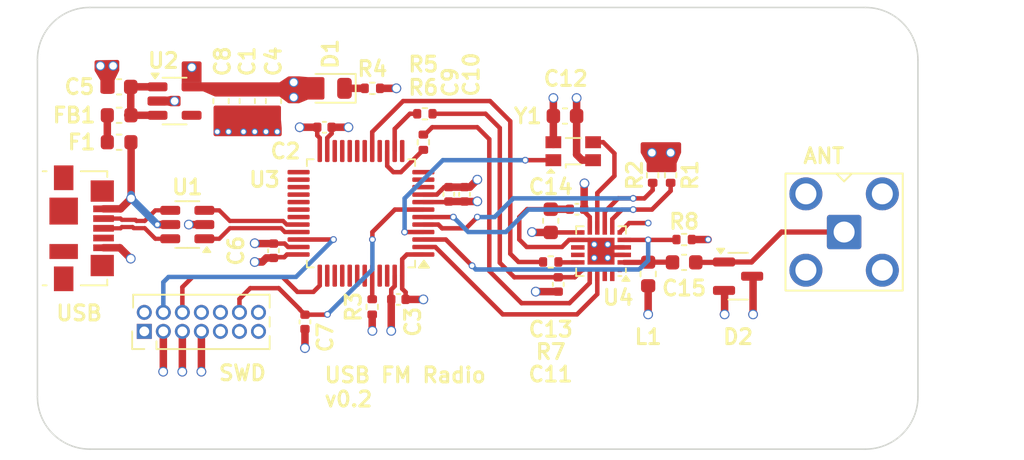
<source format=kicad_pcb>
(kicad_pcb (version 20241229) (generator "pcbnew") (generator_version "9.0")
  (layers (0 "F.Cu" signal) (4 "In1.Cu" power) (6 "In2.Cu" power) (2 "B.Cu" signal) (13 "F.Paste" user) (15 "B.Paste" user) (5 "F.SilkS" user "F.Silkscreen") (7 "B.SilkS" user "B.Silkscreen") (1 "F.Mask" user) (3 "B.Mask" user) (25 "Edge.Cuts" user))
  (net 0 "")
  (net 1 "GND")
  (net 2 "+3.3V")
  (net 3 "NRST")
  (net 4 "/PWR_LED_K")
  (net 5 "VBUS")
  (net 6 "SWDIO")
  (net 7 "SWCLK")
  (net 8 "I2C_SDA")
  (net 9 "I2C_SCL")
  (net 10 "/BOOT")
  (net 11 "~{RST}")
  (net 12 "RCLK")
  (net 13 "USB_D-")
  (net 14 "USB_D+")
  (net 15 "RCLK_EN")
  (net 16 "~{INT}")
  (net 17 "/LD_IN")
  (net 20 "I2S_WS")
  (net 21 "I2S_CK")
  (net 22 "I2S_SD")
  (net 62 "/ANT")
  (net 63 "/FMI")
  (net 69 "/USB_CONN_D+")
  (net 70 "/USB_CONN_D-")
  (net 71 "/DOUT")
  (net 72 "/PA4")
  (net 73 "/PA5")
  (net 74 "/FUSE")
  (footprint "Package_TO_SOT_SMD:SOT-23-6" (layer "F.Cu") (at 172.25 124.5 180)
    (property "Reference" "U1")
    (property "Value" "USBLC6-2SC6")
  )
  (footprint "Capacitor_SMD:C_0402_1005Metric" (layer "F.Cu") (at 178 126.25 90)
    (property "Reference" "C6")
    (property "Value" "100n")
  )
  (footprint "Package_TO_SOT_SMD:SOT-23" (layer "F.Cu") (at 209 127.95)
    (property "Reference" "D2")
    (property "Value" "CM1213A-01SO")
  )
  (footprint "Package_QFP:LQFP-48_7x7mm_P0.5mm" (layer "F.Cu") (at 183.8375 123.75 180)
    (property "Reference" "U3")
    (property "Value" "STM32F042C6T6")
  )
  (footprint "Capacitor_SMD:C_0603_1608Metric" (layer "F.Cu") (at 197.45 117.25)
    (property "Reference" "C12")
    (property "Value" "47n")
  )
  (footprint "Fuse:Fuse_0603_1608Metric" (layer "F.Cu") (at 167.7 119 180)
    (property "Reference" "F1")
    (property "Value" "250mA")
  )
  (footprint "Capacitor_SMD:C_0402_1005Metric" (layer "F.Cu") (at 186.3375 129.5 180)
    (property "Reference" "C3")
    (property "Value" "100n")
  )
  (footprint "Capacitor_SMD:C_0402_1005Metric" (layer "F.Cu") (at 189.7 122.48 -90)
    (property "Reference" "C9")
    (property "Value" "10n")
  )
  (footprint "Capacitor_SMD:C_0603_1608Metric" (layer "F.Cu") (at 167.7 115.3 180)
    (property "Reference" "C5")
    (property "Value" "4.7u")
  )
  (footprint "Inductor_SMD:L_0603_1608Metric" (layer "F.Cu") (at 167.7 117.2)
    (property "Reference" "FB1")
    (property "Value" "100@100MHz")
  )
  (footprint "Connector_PinHeader_1.27mm:PinHeader_2x07_P1.27mm_Vertical" (layer "F.Cu") (at 169.38 131.635 90)
    (property "Reference" "J2" (hide yes))
    (property "Value" "STDC14")
  )
  (footprint "Resistor_SMD:R_0402_1005Metric" (layer "F.Cu") (at 204.5 121.2 -90)
    (property "Reference" "R1")
    (property "Value" "4k7")
  )
  (footprint "Capacitor_SMD:C_0603_1608Metric" (layer "F.Cu") (at 196.5 124.25 90)
    (property "Reference" "C13")
    (property "Value" "22n")
  )
  (footprint "Capacitor_SMD:C_0603_1608Metric" (layer "F.Cu") (at 178 116.25 -90)
    (property "Reference" "C4")
    (property "Value" "4.7u")
  )
  (footprint "Connector_Coaxial:SMA_BAT_Wireless_BWSMA-KWE-Z001" (layer "F.Cu") (at 216.075 125 -90)
    (property "Reference" "J3" (hide yes))
    (property "Value" "0")
  )
  (footprint "Capacitor_SMD:C_0402_1005Metric" (layer "F.Cu") (at 181.4 118)
    (property "Reference" "C2")
    (property "Value" "100n")
  )
  (footprint "Connector_USB:USB_Micro-B_Molex_47346-0001" (layer "F.Cu") (at 165.2 124.75 -90)
    (property "Reference" "J1" (hide yes))
    (property "Value" "USB_B_Micro")
  )
  (footprint "Capacitor_SMD:C_0603_1608Metric" (layer "F.Cu") (at 174.5 116.25 -90)
    (property "Reference" "C8")
    (property "Value" "4.7u")
  )
  (footprint "Inductor_SMD:L_0603_1608Metric" (layer "F.Cu") (at 203 127.8 90)
    (property "Reference" "L1")
    (property "Value" "56n")
  )
  (footprint "Resistor_SMD:R_0402_1005Metric" (layer "F.Cu") (at 188.1 117.1)
    (property "Reference" "R5")
    (property "Value" "2k")
  )
  (footprint "Resistor_SMD:R_0402_1005Metric" (layer "F.Cu") (at 196.5 127)
    (property "Reference" "R7")
    (property "Value" "604")
  )
  (footprint "Capacitor_SMD:C_0402_1005Metric" (layer "F.Cu") (at 198.25 123.475 180)
    (property "Reference" "C14")
    (property "Value" "100n")
  )
  (footprint "Package_TO_SOT_SMD:SOT-23-5" (layer "F.Cu") (at 171.4 116.25)
    (property "Reference" "U2")
    (property "Value" "LD39015M33R")
  )
  (footprint "Capacitor_SMD:C_0402_1005Metric" (layer "F.Cu") (at 180.1 131 -90)
    (property "Reference" "C7")
    (property "Value" "100n")
  )
  (footprint "Capacitor_SMD:C_0603_1608Metric" (layer "F.Cu") (at 205.4 127.025 180)
    (property "Reference" "C15")
    (property "Value" "1n")
  )
  (footprint "Oscillator:Oscillator_SMD_SeikoEpson_SG3030CM" (layer "F.Cu") (at 198 119.6)
    (property "Reference" "Y1")
    (property "Value" "SG-3030CM")
  )
  (footprint "Capacitor_SMD:C_0402_1005Metric" (layer "F.Cu") (at 190.75 122.48 -90)
    (property "Reference" "C10")
    (property "Value" "1u")
  )
  (footprint "Resistor_SMD:R_0402_1005Metric" (layer "F.Cu") (at 203.3 121.2 -90)
    (property "Reference" "R2")
    (property "Value" "4k7")
  )
  (footprint "Capacitor_SMD:C_0402_1005Metric" (layer "F.Cu") (at 197 128.5 -90)
    (property "Reference" "C11")
    (property "Value" "2.2p")
  )
  (footprint "Resistor_SMD:R_0402_1005Metric" (layer "F.Cu") (at 188 119 90)
    (property "Reference" "R6")
    (property "Value" "2k")
  )
  (footprint "LED_SMD:LED_0805_2012Metric" (layer "F.Cu") (at 181.8 115.4 180)
    (property "Reference" "D1")
    (property "Value" "RED")
  )
  (footprint "Capacitor_SMD:C_0603_1608Metric" (layer "F.Cu") (at 176.25 116.25 -90)
    (property "Reference" "C1")
    (property "Value" "4.7u")
  )
  (footprint "Resistor_SMD:R_0402_1005Metric" (layer "F.Cu") (at 205.4 125.5 180)
    (property "Reference" "R8")
    (property "Value" "10k")
  )
  (footprint "Resistor_SMD:R_0402_1005Metric" (layer "F.Cu") (at 184.5875 130 -90)
    (property "Reference" "R3")
    (property "Value" "10k")
  )
  (footprint "Resistor_SMD:R_0402_1005Metric" (layer "F.Cu") (at 184.6 115.4)
    (property "Reference" "R4")
    (property "Value" "1k5")
  )
  (footprint "Package_DFN_QFN:SiliconLabs_QFN-20-1EP_3x3mm_P0.5mm_EP1.8x1.8mm" (layer "F.Cu") (at 199.855 126.275 180)
    (property "Reference" "U4")
    (property "Value" "Si4705-D60-GM")
  )
  (gr_line (start 165.75 110) (end 217.5 110) (stroke (width 0.1)) (layer "Edge.Cuts"))
  (gr_arc (start 165.75 139.5) (mid 163.275126 138.474874) (end 162.25 136) (stroke (width 0.1)) (layer "Edge.Cuts"))
  (gr_arc (start 221 136) (mid 219.974874 138.474874) (end 217.5 139.5) (stroke (width 0.1)) (layer "Edge.Cuts"))
  (gr_line (start 221 113.5) (end 221 136) (stroke (width 0.1)) (layer "Edge.Cuts"))
  (gr_arc (start 162.25 113.474874) (mid 163.276667 111.0089) (end 165.75 110.000091) (stroke (width 0.1)) (layer "Edge.Cuts"))
  (gr_line (start 217.5 139.5) (end 165.75 139.5) (stroke (width 0.1)) (layer "Edge.Cuts"))
  (gr_arc (start 217.5 110) (mid 219.974874 111.025126) (end 221 113.5) (stroke (width 0.1)) (layer "Edge.Cuts"))
  (gr_line (start 162.25 136) (end 162.25 113.474874) (stroke (width 0.1)) (layer "Edge.Cuts"))
  (gr_text "USB" (at 163.4 131 0) (layer "F.SilkS") (effects (font (size 1 1) (thickness 0.2) (bold yes)) (justify left bottom)))
  (gr_text "ANT" (at 213.25 120.5 0) (layer "F.SilkS") (effects (font (size 1 1) (thickness 0.2) (bold yes)) (justify left bottom)))
  (gr_text "SWD" (at 174.25 135 0) (layer "F.SilkS") (effects (font (size 1 1) (thickness 0.2) (bold yes)) (justify left bottom)))
  (gr_text "USB FM Radio\nv0.2" (at 181.3 136.75 0) (layer "F.SilkS") (effects (font (size 1 1) (thickness 0.2) (bold yes)) (justify left bottom)))
  (segment (start 181.5875 118.7125) (end 181.88 118.42) (width 0.3) (layer "F.Cu") (net 1))
  (segment (start 189.66 123) (end 189.7 122.96) (width 0.3) (layer "F.Cu") (net 1))
  (segment (start 197.725 125.525) (end 198.305 125.525) (width 0.3) (layer "F.Cu") (net 1))
  (segment (start 199.4 125.825) (end 199.1 125.525) (width 0.3) (layer "F.Cu") (net 1))
  (segment (start 184.5875 131.5875) (end 184.6 131.6) (width 0.5) (layer "F.Cu") (net 1))
  (segment (start 198.6 120.2) (end 198.225 119.825) (width 0.5) (layer "F.Cu") (net 1))
  (segment (start 194.4 124) (end 194.4 125.5) (width 0.3) (layer "F.Cu") (net 1))
  (segment (start 181.5875 119.5875) (end 181.5875 118.7125) (width 0.3) (layer "F.Cu") (net 1))
  (segment (start 178.744388 125.77) (end 178 125.77) (width 0.3) (layer "F.Cu") (net 1))
  (segment (start 188 123) (end 189.66 123) (width 0.3) (layer "F.Cu") (net 1))
  (segment (start 197 128.98) (end 195.5 128.98) (width 0.5) (layer "F.Cu") (net 1))
  (segment (start 198.225 119.825) (end 198.225 116.2) (width 0.5) (layer "F.Cu") (net 1))
  (segment (start 171.92 131.635) (end 171.92 134.32) (width 0.5) (layer "F.Cu") (net 1))
  (segment (start 185.11 115.4) (end 186.2 115.4) (width 0.5) (layer "F.Cu") (net 1))
  (segment (start 199.325 120.2) (end 198.6 120.2) (width 0.5) (layer "F.Cu") (net 1))
  (segment (start 189.48 123) (end 189.5 122.98) (width 0.3) (layer "F.Cu") (net 1))
  (segment (start 196.5 123.475) (end 194.925 123.475) (width 0.3) (layer "F.Cu") (net 1))
  (segment (start 200.3 125.825) (end 200.5 126.025) (width 0.3) (layer "F.Cu") (net 1))
  (segment (start 178.974388 126) (end 178.744388 125.77) (width 0.3) (layer "F.Cu") (net 1))
  (segment (start 201.73 124.4) (end 201.105 125.025) (width 0.3) (layer "F.Cu") (net 1))
  (segment (start 200.5 126.525) (end 201.405 126.525) (width 0.3) (layer "F.Cu") (net 1))
  (segment (start 197.25 126) (end 197.725 125.525) (width 0.3) (layer "F.Cu") (net 1))
  (segment (start 208.1 128.9375) (end 208.0625 128.9) (width 0.5) (layer "F.Cu") (net 1))
  (segment (start 208.1 130.5) (end 208.1 128.9375) (width 0.5) (layer "F.Cu") (net 1))
  (segment (start 185.8575 128.8425) (end 185.8575 129.5) (width 0.3) (layer "F.Cu") (net 1))
  (segment (start 185.8575 131.6) (end 185.8575 129.5) (width 0.5) (layer "F.Cu") (net 1))
  (segment (start 194.9 126) (end 197.25 126) (width 0.3) (layer "F.Cu") (net 1))
  (segment (start 200.3 126.72) (end 200.3 126.725) (width 0.3) (layer "F.Cu") (net 1))
  (segment (start 180.1 131.48) (end 180.1 132.75) (width 0.5) (layer "F.Cu") (net 1))
  (segment (start 200.5 126.025) (end 201.405 126.025) (width 0.3) (layer "F.Cu") (net 1))
  (segment (start 168.475 126.775) (end 167.75 126.05) (width 0.5) (layer "F.Cu") (net 1))
  (segment (start 190.55 122.96) (end 191.49 122.96) (width 0.5) (layer "F.Cu") (net 1))
  (segment (start 178 125.77) (end 176.77 125.77) (width 0.5) (layer "F.Cu") (net 1))
  (segment (start 197.77 123.475) (end 196.5 123.475) (width 0.5) (layer "F.Cu") (net 1))
  (segment (start 194.4 125.5) (end 194.9 126) (width 0.3) (layer "F.Cu") (net 1))
  (segment (start 210 128.0125) (end 209.9375 127.95) (width 0.5) (layer "F.Cu") (net 1))
  (segment (start 207 125.5) (end 206.01 125.5) (width 0.5) (layer "F.Cu") (net 1))
  (segment (start 199.1 125.525) (end 198.305 125.525) (width 0.3) (layer "F.Cu") (net 1))
  (segment (start 189.75 122.96) (end 190.6 122.96) (width 0.5) (layer "F.Cu") (net 1))
  (segment (start 171.92 134.32) (end 171.915 134.325) (width 0.5) (layer "F.Cu") (net 1))
  (segment (start 176.77 125.77) (end 176.75 125.75) (width 0.5) (layer "F.Cu") (net 1))
  (segment (start 186.0875 128.6125) (end 185.8575 128.8425) (width 0.3) (layer "F.Cu") (net 1))
  (segment (start 194.925 123.475) (end 194.4 124) (width 0.3) (layer "F.Cu") (net 1))
  (segment (start 181.88 118.42) (end 181.88 118.1) (width 0.3) (layer "F.Cu") (net 1))
  (segment (start 173.19 131.635) (end 173.19 134.325) (width 0.5) (layer "F.Cu") (net 1))
  (segment (start 210 130.5) (end 210 128.0125) (width 0.5) (layer "F.Cu") (net 1))
  (segment (start 186.0875 127.9125) (end 186.0875 128.6125) (width 0.3) (layer "F.Cu") (net 1))
  (segment (start 179.675 126) (end 178.974388 126) (width 0.3) (layer "F.Cu") (net 1))
  (segment (start 200.3 126.725) (end 200.5 126.525) (width 0.3) (layer "F.Cu") (net 1))
  (segment (start 203 124.4) (end 201.73 124.4) (width 0.3) (layer "F.Cu") (net 1))
  (segment (start 173.3875 124.5) (end 172.35 124.5) (width 0.5) (layer "F.Cu") (net 1))
  (segment (start 183 118) (end 181.88 118) (width 0.5) (layer "F.Cu") (net 1))
  (segment (start 184.5875 130.51) (end 184.5875 131.5875) (width 0.5) (layer "F.Cu") (net 1))
  (segment (start 191.49 122.96) (end 191.5 122.95) (width 0.5) (layer "F.Cu") (net 1))
  (segment (start 167.75 126.05) (end 166.66 126.05) (width 0.5) (layer "F.Cu") (net 1))
  (segment (start 203 128.5875) (end 203 130.5) (width 0.5) (layer "F.Cu") (net 1))
  (via (at 186.2 115.4) (size 0.65) (drill 0.5) (layers "F.Cu" "B.Cu") (net 1))
  (via (at 180.1 132.75) (size 0.65) (drill 0.5) (layers "F.Cu" "B.Cu") (net 1))
  (via (at 184.6 131.6) (size 0.65) (drill 0.5) (layers "F.Cu" "B.Cu") (net 1))
  (via (at 198.225 116.05) (size 0.65) (drill 0.5) (layers "F.Cu" "B.Cu") (net 1))
  (via (at 185.8575 131.6) (size 0.65) (drill 0.5) (layers "F.Cu" "B.Cu") (net 1))
  (via (at 203 124.4) (size 0.45) (drill 0.3) (layers "F.Cu" "B.Cu") (net 1))
  (via (at 208.1 130.5) (size 0.65) (drill 0.5) (layers "F.Cu" "B.Cu") (net 1))
  (via (at 203 130.5) (size 0.65) (drill 0.5) (layers "F.Cu" "B.Cu") (net 1))
  (via (at 183 118) (size 0.65) (drill 0.5) (layers "F.Cu" "B.Cu") (net 1))
  (via (at 171.915 134.325) (size 0.65) (drill 0.5) (layers "F.Cu" "B.Cu") (net 1))
  (via (at 176.75 125.75) (size 0.65) (drill 0.5) (layers "F.Cu" "B.Cu") (net 1))
  (via (at 200.3 125.825) (size 0.45) (drill 0.3) (layers "F.Cu" "B.Cu") (net 1))
  (via (at 168.475 126.775) (size 0.65) (drill 0.5) (layers "F.Cu" "B.Cu") (net 1))
  (via (at 176.75 118.3) (size 0.45) (drill 0.3) (layers "F.Cu" "B.Cu") (net 1))
  (via (at 207 125.5) (size 0.45) (drill 0.3) (layers "F.Cu" "B.Cu") (net 1))
  (via (at 177.5 118.3) (size 0.45) (drill 0.3) (layers "F.Cu" "B.Cu") (net 1))
  (via (at 176 118.3) (size 0.45) (drill 0.3) (layers "F.Cu" "B.Cu") (net 1))
  (via (at 175 118.3) (size 0.45) (drill 0.3) (layers "F.Cu" "B.Cu") (net 1))
  (via (at 191.6 122.95) (size 0.65) (drill 0.5) (layers "F.Cu" "B.Cu") (net 1))
  (via (at 167.3 113.9) (size 0.65) (drill 0.5) (layers "F.Cu" "B.Cu") (net 1))
  (via (at 199.4 126.725) (size 0.45) (drill 0.3) (layers "F.Cu" "B.Cu") (net 1))
  (via (at 195.5 128.98) (size 0.65) (drill 0.5) (layers "F.Cu" "B.Cu") (net 1))
  (via (at 173.19 134.325) (size 0.65) (drill 0.5) (layers "F.Cu" "B.Cu") (net 1))
  (via (at 174.25 118.3) (size 0.45) (drill 0.3) (layers "F.Cu" "B.Cu") (net 1))
  (via (at 172.35 124.5) (size 0.65) (drill 0.5) (layers "F.Cu" "B.Cu") (net 1))
  (via (at 210 130.5) (size 0.65) (drill 0.5) (layers "F.Cu" "B.Cu") (net 1))
  (via (at 166.45 113.9) (size 0.65) (drill 0.5) (layers "F.Cu" "B.Cu") (net 1))
  (via (at 199.4 125.825) (size 0.45) (drill 0.3) (layers "F.Cu" "B.Cu") (net 1))
  (via (at 171.4 116.25) (size 0.65) (drill 0.5) (layers "F.Cu" "B.Cu") (net 1))
  (via (at 178.25 118.3) (size 0.45) (drill 0.3) (layers "F.Cu" "B.Cu") (net 1))
  (via (at 200.3 126.725) (size 0.45) (drill 0.3) (layers "F.Cu" "B.Cu") (net 1))
  (segment (start 191.1 122) (end 190.75 122) (width 0.5) (layer "F.Cu") (net 2))
  (segment (start 190.75 122) (end 190.73 122.02) (width 0.5) (layer "F.Cu") (net 2))
  (segment (start 199.105 124) (end 198.73 123.625) (width 0.3) (layer "F.Cu") (net 2))
  (segment (start 186.8175 129.0175) (end 186.8175 129.5) (width 0.3) (layer "F.Cu") (net 2))
  (segment (start 181.0875 118.7125) (end 181.0875 119.5875) (width 0.3) (layer "F.Cu") (net 2))
  (segment (start 179.75 118) (end 180.92 118) (width 0.5) (layer "F.Cu") (net 2))
  (segment (start 180.92 118.545) (end 181.0875 118.7125) (width 0.3) (layer "F.Cu") (net 2))
  (segment (start 189.7 122) (end 190.75 122) (width 0.5) (layer "F.Cu") (net 2))
  (segment (start 186.9 126.5) (end 186.5875 126.8125) (width 0.3) (layer "F.Cu") (net 2))
  (segment (start 198.73 121.77) (end 198.75 121.75) (width 0.5) (layer "F.Cu") (net 2))
  (segment (start 196.675 117.4) (end 196.675 119.15) (width 0.5) (layer "F.Cu") (net 2))
  (segment (start 178.9 126.5) (end 178.72 126.68) (width 0.3) (layer "F.Cu") (net 2))
  (segment (start 198.605 125.025) (end 196.5 125.025) (width 0.3) (layer "F.Cu") (net 2))
  (segment (start 196.675 116.2) (end 196.675 117.4) (width 0.5) (layer "F.Cu") (net 2))
  (segment (start 179.675 126.5) (end 178.9 126.5) (width 0.3) (layer "F.Cu") (net 2))
  (segment (start 199.105 124.725) (end 199.105 124) (width 0.3) (layer "F.Cu") (net 2))
  (segment (start 186.5875 126.8125) (end 186.5875 127.9125) (width 0.3) (layer "F.Cu") (net 2))
  (segment (start 170.65 131.635) (end 170.65 134.335) (width 0.5) (layer "F.Cu") (net 2))
  (segment (start 177.25 127) (end 176.75 127) (width 0.5) (layer "F.Cu") (net 2))
  (segment (start 186.8175 129.5) (end 188 129.5) (width 0.5) (layer "F.Cu") (net 2))
  (segment (start 198.73 123.625) (end 198.73 123.475) (width 0.3) (layer "F.Cu") (net 2))
  (segment (start 178.72 126.68) (end 178 126.68) (width 0.3) (layer "F.Cu") (net 2))
  (segment (start 180.92 118) (end 180.92 118.545) (width 0.3) (layer "F.Cu") (net 2))
  (segment (start 198.73 123.475) (end 198.73 121.77) (width 0.5) (layer "F.Cu") (net 2))
  (segment (start 196.5 125.025) (end 195.425 125.025) (width 0.5) (layer "F.Cu") (net 2))
  (segment (start 188 122.5) (end 188.9 122.5) (width 0.3) (layer "F.Cu") (net 2))
  (segment (start 178 126.73) (end 177.52 126.73) (width 0.5) (layer "F.Cu") (net 2))
  (segment (start 191.6 121.5) (end 191.1 122) (width 0.5) (layer "F.Cu") (net 2))
  (segment (start 188 126.5) (end 186.9 126.5) (width 0.3) (layer "F.Cu") (net 2))
  (segment (start 189.4 122) (end 189.7 122) (width 0.3) (layer "F.Cu") (net 2))
  (segment (start 186.5875 127.9125) (end 186.5875 128.7875) (width 0.3) (layer "F.Cu") (net 2))
  (segment (start 188.9 122.5) (end 189.4 122) (width 0.3) (layer "F.Cu") (net 2))
  (segment (start 186.5875 128.7875) (end 186.8175 129.0175) (width 0.3) (layer "F.Cu") (net 2))
  (segment (start 177.52 126.73) (end 177.25 127) (width 0.5) (layer "F.Cu") (net 2))
  (via (at 170.64 134.325) (size 0.65) (drill 0.5) (layers "F.Cu" "B.Cu") (net 2))
  (via (at 204.5 119.7) (size 0.65) (drill 0.5) (layers "F.Cu" "B.Cu") (net 2))
  (via (at 188 129.5) (size 0.65) (drill 0.5) (layers "F.Cu" "B.Cu") (net 2))
  (via (at 179.75 118) (size 0.65) (drill 0.5) (layers "F.Cu" "B.Cu") (net 2))
  (via (at 176.75 127) (size 0.65) (drill 0.5) (layers "F.Cu" "B.Cu") (net 2))
  (via (at 195.25 125) (size 0.65) (drill 0.5) (layers "F.Cu" "B.Cu") (net 2))
  (via (at 196.675 116.05) (size 0.65) (drill 0.5) (layers "F.Cu" "B.Cu") (net 2))
  (via (at 179.35 115) (size 0.65) (drill 0.5) (layers "F.Cu" "B.Cu") (net 2))
  (via (at 203.25 119.7) (size 0.65) (drill 0.5) (layers "F.Cu" "B.Cu") (net 2))
  (via (at 198.75 121.75) (size 0.65) (drill 0.5) (layers "F.Cu" "B.Cu") (net 2))
  (via (at 179.35 116) (size 0.65) (drill 0.5) (layers "F.Cu" "B.Cu") (net 2))
  (via (at 191.6 121.5) (size 0.65) (drill 0.5) (layers "F.Cu" "B.Cu") (net 2))
  (via (at 172.55 114) (size 0.65) (drill 0.5) (layers "F.Cu" "B.Cu") (net 2))
  (segment (start 175.73 129.47) (end 175.73 130.365) (width 0.3) (layer "F.Cu") (net 3))
  (segment (start 179.75 130.17) (end 179.75 130.15) (width 0.3) (layer "F.Cu") (net 3))
  (segment (start 184.6 125.5) (end 184.6 125) (width 0.3) (layer "F.Cu") (net 3))
  (segment (start 184.6 125) (end 186.1 123.5) (width 0.3) (layer "F.Cu") (net 3))
  (segment (start 180.1 130.52) (end 179.75 130.17) (width 0.3) (layer "F.Cu") (net 3))
  (segment (start 186.1 123.5) (end 188 123.5) (width 0.3) (layer "F.Cu") (net 3))
  (segment (start 179.75 130.15) (end 178.35 128.75) (width 0.3) (layer "F.Cu") (net 3))
  (segment (start 176.45 128.75) (end 175.73 129.47) (width 0.3) (layer "F.Cu") (net 3))
  (segment (start 180.1 130.52) (end 181.58 130.52) (width 0.3) (layer "F.Cu") (net 3))
  (segment (start 178.35 128.75) (end 176.45 128.75) (width 0.3) (layer "F.Cu") (net 3))
  (via (at 184.6 125.5) (size 0.45) (drill 0.3) (layers "F.Cu" "B.Cu") (net 3))
  (via (at 181.6 130.5) (size 0.45) (drill 0.3) (layers "F.Cu" "B.Cu") (net 3))
  (segment (start 184.6 127.5) (end 184.6 125.5) (width 0.3) (layer "B.Cu") (net 3))
  (segment (start 181.6 130.5) (end 184.6 127.5) (width 0.3) (layer "B.Cu") (net 3))
  (segment (start 182.7375 115.4) (end 184.09 115.4) (width 0.5) (layer "F.Cu") (net 4))
  (segment (start 168.5 119.0125) (end 168.5 122.75) (width 0.5) (layer "F.Cu") (net 5))
  (segment (start 167.8 123.45) (end 168.5 122.75) (width 0.5) (layer "F.Cu") (net 5))
  (segment (start 170.25 124.5) (end 171.1125 124.5) (width 0.5) (layer "F.Cu") (net 5))
  (segment (start 168.4875 119) (end 168.5 119.0125) (width 0.5) (layer "F.Cu") (net 5))
  (segment (start 166.66 123.45) (end 167.8 123.45) (width 0.5) (layer "F.Cu") (net 5))
  (via (at 170.25 124.5) (size 0.45) (drill 0.3) (layers "F.Cu" "B.Cu") (net 5))
  (via (at 168.5 122.75) (size 0.65) (drill 0.5) (layers "F.Cu" "B.Cu") (net 5))
  (segment (start 168.5 122.75) (end 170.25 124.5) (width 0.5) (layer "B.Cu") (net 5))
  (segment (start 168.5 122.5) (end 168.5 122.75) (width 0.5) (layer "B.Cu") (net 5))
  (segment (start 182 125.5) (end 179.675 125.5) (width 0.3) (layer "F.Cu") (net 6))
  (via (at 182 125.5) (size 0.45) (drill 0.3) (layers "F.Cu" "B.Cu") (net 6))
  (segment (start 170.65 128.35) (end 171 128) (width 0.3) (layer "B.Cu") (net 6))
  (segment (start 179.5 128) (end 182 125.5) (width 0.3) (layer "B.Cu") (net 6))
  (segment (start 170.65 130.365) (end 170.65 128.35) (width 0.3) (layer "B.Cu") (net 6))
  (segment (start 171 128) (end 179.5 128) (width 0.3) (layer "B.Cu") (net 6))
  (segment (start 171.92 130.365) (end 171.92 128.68) (width 0.3) (layer "F.Cu") (net 7))
  (segment (start 171.92 128.68) (end 172.6 128) (width 0.3) (layer "F.Cu") (net 7))
  (segment (start 180.6625 129) (end 181.0875 128.575) (width 0.3) (layer "F.Cu") (net 7))
  (segment (start 179.6 129) (end 180.6625 129) (width 0.3) (layer "F.Cu") (net 7))
  (segment (start 181.0875 128.575) (end 181.0875 127.9125) (width 0.3) (layer "F.Cu") (net 7))
  (segment (start 172.6 128) (end 178.6 128) (width 0.3) (layer "F.Cu") (net 7))
  (segment (start 178.6 128) (end 179.6 129) (width 0.3) (layer "F.Cu") (net 7))
  (segment (start 200.105 124.725) (end 200.105 123.645) (width 0.3) (layer "F.Cu") (net 8))
  (segment (start 202.75 122.75) (end 203.3 122.2) (width 0.3) (layer "F.Cu") (net 8))
  (segment (start 191.6 124) (end 190.85 124.75) (width 0.3) (layer "F.Cu") (net 8))
  (segment (start 203.3 122.2) (end 203.3 121.71) (width 0.3) (layer "F.Cu") (net 8))
  (segment (start 201 122.75) (end 202.75 122.75) (width 0.3) (layer "F.Cu") (net 8))
  (segment (start 190.85 124.75) (end 189.25 124.75) (width 0.3) (layer "F.Cu") (net 8))
  (segment (start 189 124.5) (end 188 124.5) (width 0.3) (layer "F.Cu") (net 8))
  (segment (start 189.25 124.75) (end 189 124.5) (width 0.3) (layer "F.Cu") (net 8))
  (segment (start 200.105 123.645) (end 201 122.75) (width 0.3) (layer "F.Cu") (net 8))
  (via (at 202 122.75) (size 0.45) (drill 0.3) (layers "F.Cu" "B.Cu") (net 8))
  (via (at 191.6 124) (size 0.45) (drill 0.3) (layers "F.Cu" "B.Cu") (net 8))
  (segment (start 191.6 124) (end 192.75 124) (width 0.3) (layer "B.Cu") (net 8))
  (segment (start 192.75 124) (end 194 122.75) (width 0.3) (layer "B.Cu") (net 8))
  (segment (start 194 122.75) (end 202 122.75) (width 0.3) (layer "B.Cu") (net 8))
  (segment (start 201.25 123.5) (end 203.25 123.5) (width 0.3) (layer "F.Cu") (net 9))
  (segment (start 203.25 123.5) (end 204.5 122.25) (width 0.3) (layer "F.Cu") (net 9))
  (segment (start 204.5 122.25) (end 204.5 121.71) (width 0.3) (layer "F.Cu") (net 9))
  (segment (start 200.605 124.725) (end 200.605 124.145) (width 0.3) (layer "F.Cu") (net 9))
  (segment (start 190 124) (end 188 124) (width 0.3) (layer "F.Cu") (net 9))
  (segment (start 200.605 124.145) (end 201.25 123.5) (width 0.3) (layer "F.Cu") (net 9))
  (via (at 190 124) (size 0.45) (drill 0.3) (layers "F.Cu" "B.Cu") (net 9))
  (via (at 202 123.5) (size 0.45) (drill 0.3) (layers "F.Cu" "B.Cu") (net 9))
  (segment (start 191 125) (end 193.5 125) (width 0.3) (layer "B.Cu") (net 9))
  (segment (start 190 124) (end 191 125) (width 0.3) (layer "B.Cu") (net 9))
  (segment (start 193.5 125) (end 195 123.5) (width 0.3) (layer "B.Cu") (net 9))
  (segment (start 195 123.5) (end 202 123.5) (width 0.3) (layer "B.Cu") (net 9))
  (segment (start 184.5875 127.9125) (end 184.5875 129.49) (width 0.3) (layer "F.Cu") (net 10))
  (segment (start 203 125.525) (end 201.405 125.525) (width 0.3) (layer "F.Cu") (net 11))
  (segment (start 203 125.525) (end 204.815 125.525) (width 0.3) (layer "F.Cu") (net 11))
  (segment (start 191.25 127.25) (end 189.5 125.5) (width 0.3) (layer "F.Cu") (net 11))
  (segment (start 189.5 125.5) (end 188 125.5) (width 0.3) (layer "F.Cu") (net 11))
  (segment (start 204.815 125.525) (end 204.89 125.6) (width 0.3) (layer "F.Cu") (net 11))
  (via (at 191.25 127.25) (size 0.45) (drill 0.3) (layers "F.Cu" "B.Cu") (net 11))
  (via (at 203 125.525) (size 0.45) (drill 0.3) (layers "F.Cu" "B.Cu") (net 11))
  (segment (start 202.4 127.5) (end 191.5 127.5) (width 0.3) (layer "B.Cu") (net 11))
  (segment (start 203 126.9) (end 202.4 127.5) (width 0.3) (layer "B.Cu") (net 11))
  (segment (start 203 125.525) (end 203 126.9) (width 0.3) (layer "B.Cu") (net 11))
  (segment (start 191.5 127.5) (end 191.25 127.25) (width 0.3) (layer "B.Cu") (net 11))
  (segment (start 200.75 121.25) (end 200.75 119.75) (width 0.3) (layer "F.Cu") (net 12))
  (segment (start 199.605 124.725) (end 199.605 122.395) (width 0.3) (layer "F.Cu") (net 12))
  (segment (start 200.75 119.75) (end 200 119) (width 0.3) (layer "F.Cu") (net 12))
  (segment (start 199.605 122.395) (end 200.75 121.25) (width 0.3) (layer "F.Cu") (net 12))
  (segment (start 200 119) (end 199.475 119) (width 0.3) (layer "F.Cu") (net 12))
  (segment (start 175.089251 124.258) (end 178.642213 124.258) (width 0.284) (layer "F.Cu") (net 13))
  (segment (start 174.381251 123.55) (end 175.089251 124.258) (width 0.284) (layer "F.Cu") (net 13))
  (segment (start 178.642213 124.258) (end 178.884213 124.5) (width 0.284) (layer "F.Cu") (net 13))
  (segment (start 178.884213 124.5) (end 179.675 124.5) (width 0.284) (layer "F.Cu") (net 13))
  (segment (start 173.3875 123.55) (end 174.381251 123.55) (width 0.284) (layer "F.Cu") (net 13))
  (segment (start 173.3875 125.45) (end 174.381251 125.45) (width 0.284) (layer "F.Cu") (net 14))
  (segment (start 178.758 125) (end 179.675 125) (width 0.284) (layer "F.Cu") (net 14))
  (segment (start 174.381251 125.45) (end 175.089251 124.742) (width 0.284) (layer "F.Cu") (net 14))
  (segment (start 178.5 124.742) (end 178.758 125) (width 0.284) (layer "F.Cu") (net 14))
  (segment (start 175.089251 124.742) (end 178.5 124.742) (width 0.284) (layer "F.Cu") (net 14))
  (segment (start 188 125) (end 186.75 125) (width 0.3) (layer "F.Cu") (net 15))
  (segment (start 196.675 120.2) (end 194.8 120.2) (width 0.3) (layer "F.Cu") (net 15))
  (via (at 186.75 125) (size 0.45) (drill 0.3) (layers "F.Cu" "B.Cu") (net 15))
  (via (at 194.8 120.2) (size 0.45) (drill 0.3) (layers "F.Cu" "B.Cu") (net 15))
  (segment (start 186.75 122.75) (end 186.75 125) (width 0.3) (layer "B.Cu") (net 15))
  (segment (start 189.3 120.2) (end 186.75 122.75) (width 0.3) (layer "B.Cu") (net 15))
  (segment (start 194.8 120.2) (end 189.3 120.2) (width 0.3) (layer "B.Cu") (net 15))
  (segment (start 199.605 129.145) (end 199.605 127.825) (width 0.3) (layer "F.Cu") (net 16))
  (segment (start 188.8 126) (end 193.3 130.5) (width 0.3) (layer "F.Cu") (net 16))
  (segment (start 188 126) (end 188.8 126) (width 0.3) (layer "F.Cu") (net 16))
  (segment (start 193.3 130.5) (end 198.25 130.5) (width 0.3) (layer "F.Cu") (net 16))
  (segment (start 198.25 130.5) (end 199.605 129.145) (width 0.3) (layer "F.Cu") (net 16))
  (segment (start 168.4875 117.2) (end 170.2625 117.2) (width 0.5) (layer "F.Cu") (net 17))
  (segment (start 170.2625 115.3) (end 168.475 115.3) (width 0.5) (layer "F.Cu") (net 17))
  (segment (start 168.475 115.3) (end 168.475 117.1875) (width 0.5) (layer "F.Cu") (net 17))
  (segment (start 168.275 117.1875) (end 168.2875 117.2) (width 0.5) (layer "F.Cu") (net 17))
  (segment (start 198.605 127.525) (end 198.11 128.02) (width 0.3) (layer "F.Cu") (net 20))
  (segment (start 198.11 128.02) (end 194.07 128.02) (width 0.3) (layer "F.Cu") (net 20))
  (segment (start 192.15 117.1) (end 188.61 117.1) (width 0.3) (layer "F.Cu") (net 20))
  (segment (start 193.1 127.05) (end 193.1 126.95) (width 0.3) (layer "F.Cu") (net 20))
  (segment (start 194.07 128.02) (end 193.1 127.05) (width 0.3) (layer "F.Cu") (net 20))
  (segment (start 193.1 126.95) (end 193.1 118.05) (width 0.3) (layer "F.Cu") (net 20))
  (segment (start 193.1 118.05) (end 192.15 117.1) (width 0.3) (layer "F.Cu") (net 20))
  (segment (start 192.4 118.8) (end 192.4 127.4) (width 0.3) (layer "F.Cu") (net 21))
  (segment (start 194.55 129.75) (end 197.75 129.75) (width 0.3) (layer "F.Cu") (net 21))
  (segment (start 199.1 128.4) (end 199.1 127.83) (width 0.3) (layer "F.Cu") (net 21))
  (segment (start 188.59 118) (end 191.6 118) (width 0.3) (layer "F.Cu") (net 21))
  (segment (start 192.4 127.4) (end 192.4 127.6) (width 0.3) (layer "F.Cu") (net 21))
  (segment (start 199.1 127.83) (end 199.105 127.825) (width 0.3) (layer "F.Cu") (net 21))
  (segment (start 192.4 127.6) (end 194.55 129.75) (width 0.3) (layer "F.Cu") (net 21))
  (segment (start 197.75 129.75) (end 199.1 128.4) (width 0.3) (layer "F.Cu") (net 21))
  (segment (start 188.2 118.39) (end 188.59 118) (width 0.3) (layer "F.Cu") (net 21))
  (segment (start 191.6 118) (end 192.4 118.8) (width 0.3) (layer "F.Cu") (net 21))
  (segment (start 186.65 116.25) (end 184.5875 118.3125) (width 0.3) (layer "F.Cu") (net 22))
  (segment (start 195.99 127) (end 194.35 127) (width 0.3) (layer "F.Cu") (net 22))
  (segment (start 194.35 127) (end 193.8 126.45) (width 0.3) (layer "F.Cu") (net 22))
  (segment (start 184.5875 118.3125) (end 184.5875 119.5875) (width 0.3) (layer "F.Cu") (net 22))
  (segment (start 193.8 117.6) (end 192.45 116.25) (width 0.3) (layer "F.Cu") (net 22))
  (segment (start 192.45 116.25) (end 186.65 116.25) (width 0.3) (layer "F.Cu") (net 22))
  (segment (start 193.8 126.45) (end 193.8 117.6) (width 0.3) (layer "F.Cu") (net 22))
  (segment (start 209.9 127) (end 211.9 125) (width 0.3493) (layer "F.Cu") (net 62))
  (segment (start 206.175 127.025) (end 208.0375 127.025) (width 0.3493) (layer "F.Cu") (net 62))
  (segment (start 211.9 125) (end 216.075 125) (width 0.3493) (layer "F.Cu") (net 62))
  (segment (start 208.0375 127.025) (end 208.0625 127) (width 0.3493) (layer "F.Cu") (net 62))
  (segment (start 208.0625 127) (end 209.9 127) (width 0.3493) (layer "F.Cu") (net 62))
  (segment (start 203 127.0125) (end 204.6125 127.0125) (width 0.3493) (layer "F.Cu") (net 63))
  (segment (start 204.6125 127.0125) (end 204.625 127.025) (width 0.3493) (layer "F.Cu") (net 63))
  (segment (start 201.405 127.025) (end 202.9875 127.025) (width 0.3493) (layer "F.Cu") (net 63))
  (segment (start 202.9875 127.025) (end 203 127.0125) (width 0.3493) (layer "F.Cu") (net 63))
  (segment (start 167.795001 124.75) (end 167.878001 124.667) (width 0.284) (layer "F.Cu") (net 69))
  (segment (start 169.410749 124.742) (end 170.118749 125.45) (width 0.284) (layer "F.Cu") (net 69))
  (segment (start 168.6 124.667) (end 168.675 124.742) (width 0.284) (layer "F.Cu") (net 69))
  (segment (start 168.675 124.742) (end 169.410749 124.742) (width 0.284) (layer "F.Cu") (net 69))
  (segment (start 170.118749 125.45) (end 171.1125 125.45) (width 0.284) (layer "F.Cu") (net 69))
  (segment (start 166.66 124.75) (end 167.795001 124.75) (width 0.284) (layer "F.Cu") (net 69))
  (segment (start 167.878001 124.667) (end 168.6 124.667) (width 0.284) (layer "F.Cu") (net 69))
  (segment (start 168.860217 124.258) (end 169.410749 124.258) (width 0.284) (layer "F.Cu") (net 70))
  (segment (start 170.118749 123.55) (end 171.1125 123.55) (width 0.284) (layer "F.Cu") (net 70))
  (segment (start 167.878001 124.183) (end 168.785217 124.183) (width 0.284) (layer "F.Cu") (net 70))
  (segment (start 168.785217 124.183) (end 168.860217 124.258) (width 0.284) (layer "F.Cu") (net 70))
  (segment (start 169.410749 124.258) (end 170.118749 123.55) (width 0.284) (layer "F.Cu") (net 70))
  (segment (start 167.795001 124.1) (end 167.878001 124.183) (width 0.284) (layer "F.Cu") (net 70))
  (segment (start 166.66 124.1) (end 167.795001 124.1) (width 0.284) (layer "F.Cu") (net 70))
  (segment (start 197.035 127.025) (end 197.01 127) (width 0.3) (layer "F.Cu") (net 71))
  (segment (start 198.305 127.025) (end 197.035 127.025) (width 0.3) (layer "F.Cu") (net 71))
  (segment (start 187.1 117.1) (end 186.0875 118.1125) (width 0.3) (layer "F.Cu") (net 72))
  (segment (start 187.59 117.1) (end 187.1 117.1) (width 0.3) (layer "F.Cu") (net 72))
  (segment (start 186.0875 118.1125) (end 186.0875 119.5875) (width 0.3) (layer "F.Cu") (net 72))
  (segment (start 186 121) (end 185.5875 120.5875) (width 0.3) (layer "F.Cu") (net 73))
  (segment (start 186.5 121) (end 186 121) (width 0.3) (layer "F.Cu") (net 73))
  (segment (start 187.99 119.51) (end 186.5 121) (width 0.3) (layer "F.Cu") (net 73))
  (segment (start 188 119.51) (end 187.99 119.51) (width 0.3) (layer "F.Cu") (net 73))
  (segment (start 185.5875 120.5875) (end 185.5875 119.5875) (width 0.3) (layer "F.Cu") (net 73))
  (segment (start 166.9125 119) (end 166.9125 117.25) (width 0.5) (layer "F.Cu") (net 74))
  (zone (net 2) (net_name "+3.3V") (layer "F.Cu") (priority 7) (connect_pads yes (clearance 0.3)) (min_thickness 0.25) (fill yes (thermal_gap 0.5) (thermal_bridge_width 0.5))
    (polygon (pts (xy 202.9 121) (xy 202.9 120.4) (xy 202.5 119.7) (xy 202.5 119) (xy 205.2 119) (xy 205.2 119.7) (xy 204.9 120.4) (xy 204.9 121)))
  )
  (zone (net 1) (net_name "GND") (layer "F.Cu") (connect_pads yes (clearance 0.3)) (min_thickness 0.25) (fill yes (thermal_gap 0.5) (thermal_bridge_width 0.5))
    (polygon (pts (xy 169.6 115.95) (xy 170.95 115.95) (xy 171.15 115.9) (xy 171.8 115.9) (xy 171.8 116.6) (xy 171.15 116.6) (xy 170.95 116.55) (xy 169.6 116.55)))
  )
  (zone (net 1) (net_name "GND") (layer "F.Cu") (priority 3) (connect_pads yes (clearance 0.3)) (min_thickness 0.25) (fill yes (thermal_gap 0.5) (thermal_bridge_width 0.5))
    (polygon (pts (xy 174 116.55) (xy 178.5 116.55) (xy 178.5 117.5) (xy 178.55 118.05) (xy 178.55 118.6) (xy 174 118.6) (xy 174 118.05) (xy 174 117.5)))
  )
  (zone (net 1) (net_name "GND") (layer "F.Cu") (priority 5) (connect_pads yes (clearance 0.3)) (min_thickness 0.25) (fill yes (thermal_gap 0.5) (thermal_bridge_width 0.5) (island_removal_mode 1) (island_area_min 10))
    (polygon (pts (xy 166.45 115.75) (xy 166.45 114.871946) (xy 166.059905 114.215914) (xy 166.059905 113.525803) (xy 167.709905 113.499286) (xy 167.709905 114.209775) (xy 167.4 114.859222) (xy 167.4 115.75)))
  )
  (zone (net 2) (net_name "+3.3V") (layer "F.Cu") (priority 6) (connect_pads yes (clearance 0.3)) (min_thickness 0.25) (fill yes (thermal_gap 0.5) (thermal_bridge_width 0.5))
    (polygon (pts (xy 171.875 115.6) (xy 173.3 115.6) (xy 174.1 115.95) (xy 175.1 115.95) (xy 175.75 115.95) (xy 177.4 115.95) (xy 178.4 115.95) (xy 179 116.4) (xy 179.7 116.4) (xy 180.3 116.15) (xy 181.4 116.15) (xy 181.4 114.65) (xy 180.3 114.65) (xy 179.7 114.6) (xy 179 114.6) (xy 178.4 115) (xy 177.4 115) (xy 175.75 115) (xy 175.1 115) (xy 174.1 115) (xy 173.3 115) (xy 171.875 115)))
  )
  (zone (net 2) (net_name "+3.3V") (layer "F.Cu") (priority 4) (connect_pads yes (clearance 0.3)) (min_thickness 0.25) (fill yes (thermal_gap 0.5) (thermal_bridge_width 0.5))
    (polygon (pts (xy 171.875 115.6) (xy 171.875 113.6) (xy 173.2 113.6) (xy 173.2 115.6)))
  )
)
</source>
